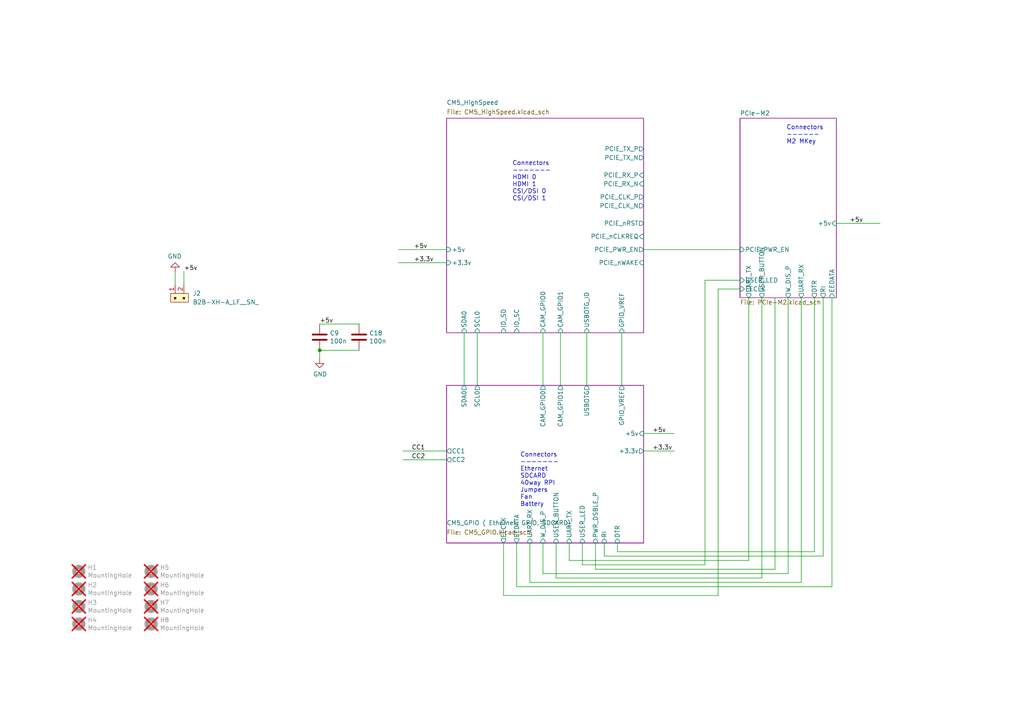
<source format=kicad_sch>
(kicad_sch (version 20250114) (generator "eeschema") (generator_version "9.0")
  (paper "A4")
  (title_block (title "Compute Module 5 IO") (rev "1") (company "E-SMART SOLUTIONS") (comment 1 "Mostafa Bkair"))
  (lib_symbols
    (symbol "Device:C" (pin_numbers (hide yes)) (pin_names (offset 0.254))
      (property "Reference" "C" (at 0.635 2.54 0))
      (property "Value" "C" (at 0.635 -2.54 0))
      (symbol "C_0_1"
        (polyline (pts (xy -2.032 0.762) (xy 2.032 0.762)) (stroke (width 0.508)))
        (polyline (pts (xy -2.032 -0.762) (xy 2.032 -0.762)) (stroke (width 0.508)))
      )
      (symbol "C_1_1"
        (pin passive line (at 0 3.81 270) (length 2.794) (name "~") (number "1"))
        (pin passive line (at 0 -3.81 90) (length 2.794) (name "~") (number "2"))
      )
    )
    (symbol "Mechanical:MountingHole" (pin_names (offset 1.016))
      (property "Reference" "H" (at 0 5.08 0))
      (property "Value" "MountingHole" (at 0 3.175 0))
      (symbol "MountingHole_0_1"
        (circle (center 0 0) (radius 1.27) (stroke (width 1.27)))
      )
    )
    (symbol "dk_Rectangular-Connectors-Headers-Male-Pins:B2B-XH-A_LF__SN_" (pin_names (offset 1.016))
      (property "Reference" "J" (at -2.54 -1.27 0))
      (property "Value" "B2B-XH-A_LF__SN_" (at 1.27 -3.81 0))
      (symbol "B2B-XH-A_LF__SN__1_1"
        (rectangle (start -1.27 0) (end 3.81 -2.54) (fill (type background)))
        (rectangle (start -0.254 -1.143) (end 0.254 -1.651) (fill (type outline)))
        (rectangle (start 2.286 -1.143) (end 2.794 -1.651) (fill (type outline)))
        (pin passive line (at 0 2.54 270) (length 2.54) (name "~") (number "1"))
        (pin passive line (at 2.54 2.54 270) (length 2.54) (name "~") (number "2"))
      )
    )
    (symbol "power:GND" (power) (pin_numbers (hide yes)) (pin_names (offset 0) (hide yes))
      (property "Value" "GND" (at 0 -3.81 0))
      (symbol "GND_0_1"
        (polyline (pts (xy 0 0) (xy 0 -1.27) (xy 1.27 -1.27) (xy 0 -2.54) (xy -1.27 -1.27) (xy 0 -1.27)))
      )
      (symbol "GND_1_1"
        (pin power_in line (at 0 0 270) (length 0) (name "~") (number "1"))
      )
    )
  )
  (text "Connectors\n-------\nEthernet\nSDCARD\n40way RPI\nJumpers\nFan\nBattery" (at 150.876 147.066 0) (effects (font (size 1.27 1.27)) (justify left bottom)))
  (text "Connectors\n------\nM2 MKey" (at 228.092 41.91 0) (effects (font (size 1.27 1.27)) (justify left bottom)))
  (text "Connectors\n-------\nHDMI 0\nHDMI 1\nCSI/DSI 0\nCSI/DSI 1" (at 148.59 58.42 0) (effects (font (size 1.27 1.27)) (justify left bottom)))
  (junction (at 92.71 101.6))
  (wire (pts (xy 228.6 86.36) (xy 228.6 166.37)))
  (wire (pts (xy 238.76 86.36) (xy 238.76 161.29)))
  (wire (pts (xy 153.67 168.91) (xy 232.41 168.91)))
  (wire (pts (xy 115.57 76.2) (xy 129.54 76.2)))
  (wire (pts (xy 186.69 130.81) (xy 195.58 130.81)))
  (wire (pts (xy 186.69 72.39) (xy 214.63 72.39)))
  (wire (pts (xy 180.34 96.52) (xy 180.34 111.76)))
  (wire (pts (xy 153.67 168.91) (xy 153.67 157.48)))
  (wire (pts (xy 50.8 78.74) (xy 50.8 82.55)))
  (wire (pts (xy 146.05 172.72) (xy 146.05 157.48)))
  (wire (pts (xy 134.62 96.52) (xy 134.62 111.76)))
  (wire (pts (xy 208.28 83.82) (xy 208.28 172.72)))
  (wire (pts (xy 208.28 172.72) (xy 146.05 172.72)))
  (wire (pts (xy 92.71 101.6) (xy 104.14 101.6)))
  (wire (pts (xy 204.47 81.28) (xy 204.47 163.83)))
  (wire (pts (xy 149.86 170.18) (xy 241.3 170.18)))
  (wire (pts (xy 228.6 166.37) (xy 157.48 166.37)))
  (wire (pts (xy 53.34 82.55) (xy 53.34 78.74)))
  (wire (pts (xy 138.43 96.52) (xy 138.43 111.76)))
  (wire (pts (xy 165.1 162.56) (xy 165.1 157.48)))
  (wire (pts (xy 116.84 133.35) (xy 129.54 133.35)))
  (wire (pts (xy 157.48 96.52) (xy 157.48 111.76)))
  (wire (pts (xy 157.48 166.37) (xy 157.48 157.48)))
  (wire (pts (xy 149.86 157.48) (xy 149.86 170.18)))
  (wire (pts (xy 214.63 81.28) (xy 204.47 81.28)))
  (wire (pts (xy 162.56 96.52) (xy 162.56 111.76)))
  (wire (pts (xy 92.71 101.6) (xy 92.71 104.14)))
  (wire (pts (xy 170.18 96.52) (xy 170.18 111.76)))
  (wire (pts (xy 92.71 93.98) (xy 104.14 93.98)))
  (wire (pts (xy 161.29 157.48) (xy 161.29 167.64)))
  (wire (pts (xy 242.57 64.77) (xy 255.27 64.77)))
  (wire (pts (xy 175.26 161.29) (xy 175.26 157.48)))
  (wire (pts (xy 236.22 160.02) (xy 236.22 86.36)))
  (wire (pts (xy 165.1 162.56) (xy 217.17 162.56)))
  (wire (pts (xy 179.07 157.48) (xy 179.07 160.02)))
  (wire (pts (xy 224.79 165.1) (xy 224.79 86.36)))
  (wire (pts (xy 214.63 83.82) (xy 208.28 83.82)))
  (wire (pts (xy 232.41 86.36) (xy 232.41 168.91)))
  (wire (pts (xy 168.91 163.83) (xy 204.47 163.83)))
  (wire (pts (xy 186.69 125.73) (xy 195.58 125.73)))
  (wire (pts (xy 168.91 163.83) (xy 168.91 157.48)))
  (wire (pts (xy 116.84 130.81) (xy 129.54 130.81)))
  (wire (pts (xy 179.07 160.02) (xy 236.22 160.02)))
  (wire (pts (xy 115.57 72.39) (xy 129.54 72.39)))
  (wire (pts (xy 172.72 157.48) (xy 172.72 165.1)))
  (wire (pts (xy 172.72 165.1) (xy 224.79 165.1)))
  (wire (pts (xy 161.29 167.64) (xy 220.98 167.64)))
  (wire (pts (xy 241.3 170.18) (xy 241.3 86.36)))
  (wire (pts (xy 238.76 161.29) (xy 175.26 161.29)))
  (wire (pts (xy 220.98 167.64) (xy 220.98 86.36)))
  (wire (pts (xy 217.17 162.56) (xy 217.17 86.36)))
  (label "+5v" (at 92.71 93.98 0))
  (label "CC1" (at 119.38 130.81 0))
  (label "CC2" (at 119.38 133.35 0))
  (label "+5v" (at 246.38 64.77 0))
  (label "+5v" (at 189.23 125.73 0))
  (label "+5v" (at 120.015 72.39 0))
  (label "+3.3v" (at 189.23 130.81 0))
  (label "+5v" (at 53.34 78.74 0))
  (label "+3.3v" (at 120.015 76.2 0))
  (symbol (lib_id "Mechanical:MountingHole") (at 22.86 180.975 0) (unit 1) (exclude_from_sim yes) (in_bom no) (dnp yes)
    (property "Reference" "H4" (at 25.4 179.832 0) (effects (justify left)))
    (property "Value" "MountingHole" (at 25.4 182.118 0) (effects (justify left)))
    (property "Footprint" "CM5IO:MountingHole_2.7mm_M2.5_DIN965" (effects (hide yes)))
    (property "Field4" "nf" (effects (hide yes)))
    (property "Field5" "nf" (effects (hide yes)))
    (property "Field6" "nf" (effects (hide yes)))
    (property "Field7" "nf" (effects (hide yes)))
    (property "Part Description" "M2.5 mounting hole" (effects (hide yes)))
  )
  (symbol (lib_id "Mechanical:MountingHole") (at 22.86 175.895 0) (unit 1) (exclude_from_sim yes) (in_bom no) (dnp yes)
    (property "Reference" "H3" (at 25.4 174.752 0) (effects (justify left)))
    (property "Value" "MountingHole" (at 25.4 177.038 0) (effects (justify left)))
    (property "Footprint" "CM5IO:MountingHole_2.7mm_M2.5_DIN965" (effects (hide yes)))
    (property "Field4" "nf" (effects (hide yes)))
    (property "Field5" "nf" (effects (hide yes)))
    (property "Field6" "nf" (effects (hide yes)))
    (property "Field7" "nf" (effects (hide yes)))
    (property "Part Description" "M2.5 mounting hole" (effects (hide yes)))
  )
  (symbol (lib_id "Mechanical:MountingHole") (at 22.86 170.815 0) (unit 1) (exclude_from_sim yes) (in_bom no) (dnp yes)
    (property "Reference" "H2" (at 25.4 169.672 0) (effects (justify left)))
    (property "Value" "MountingHole" (at 25.4 171.958 0) (effects (justify left)))
    (property "Footprint" "CM5IO:MountingHole_2.7mm_M2.5_DIN965" (effects (hide yes)))
    (property "Field4" "nf" (effects (hide yes)))
    (property "Field5" "nf" (effects (hide yes)))
    (property "Field6" "nf" (effects (hide yes)))
    (property "Field7" "nf" (effects (hide yes)))
    (property "Part Description" "M2.5 mounting hole" (effects (hide yes)))
  )
  (symbol (lib_id "Mechanical:MountingHole") (at 22.86 165.735 0) (unit 1) (exclude_from_sim yes) (in_bom no) (dnp yes)
    (property "Reference" "H1" (at 25.4 164.592 0) (effects (justify left)))
    (property "Value" "MountingHole" (at 25.4 166.878 0) (effects (justify left)))
    (property "Footprint" "CM5IO:MountingHole_2.7mm_M2.5_DIN965" (effects (hide yes)))
    (property "Field4" "nf" (effects (hide yes)))
    (property "Field5" "nf" (effects (hide yes)))
    (property "Field6" "nf" (effects (hide yes)))
    (property "Field7" "nf" (effects (hide yes)))
    (property "Part Description" "M2.5 mounting hole" (effects (hide yes)))
  )
  (symbol (lib_id "Mechanical:MountingHole") (at 43.815 165.735 0) (unit 1) (exclude_from_sim yes) (in_bom no) (dnp yes)
    (property "Reference" "H5" (at 46.355 164.592 0) (effects (justify left)))
    (property "Value" "MountingHole" (at 46.355 166.878 0) (effects (justify left)))
    (property "Footprint" "CM5IO:MountingHole_2.7mm_M2.5_DIN965" (effects (hide yes)))
    (property "Field4" "nf" (effects (hide yes)))
    (property "Field5" "nf" (effects (hide yes)))
    (property "Field6" "nf" (effects (hide yes)))
    (property "Field7" "nf" (effects (hide yes)))
    (property "Part Description" "M2.5 mounting hole" (effects (hide yes)))
  )
  (symbol (lib_id "Mechanical:MountingHole") (at 43.815 180.975 0) (unit 1) (exclude_from_sim yes) (in_bom no) (dnp yes)
    (property "Reference" "H8" (at 46.355 179.832 0) (effects (justify left)))
    (property "Value" "MountingHole" (at 46.355 182.118 0) (effects (justify left)))
    (property "Footprint" "CM5IO:MountingHole_2.7mm_M2.5_DIN965" (effects (hide yes)))
    (property "Field4" "nf" (effects (hide yes)))
    (property "Field5" "nf" (effects (hide yes)))
    (property "Field6" "nf" (effects (hide yes)))
    (property "Field7" "nf" (effects (hide yes)))
    (property "Part Description" "M2.5 mounting hole" (effects (hide yes)))
  )
  (symbol (lib_id "Mechanical:MountingHole") (at 43.815 175.895 0) (unit 1) (exclude_from_sim yes) (in_bom no) (dnp yes)
    (property "Reference" "H7" (at 46.355 174.752 0) (effects (justify left)))
    (property "Value" "MountingHole" (at 46.355 177.038 0) (effects (justify left)))
    (property "Footprint" "CM5IO:MountingHole_2.7mm_M2.5_DIN965" (effects (hide yes)))
    (property "Field4" "nf" (effects (hide yes)))
    (property "Field5" "nf" (effects (hide yes)))
    (property "Field6" "nf" (effects (hide yes)))
    (property "Field7" "nf" (effects (hide yes)))
    (property "Part Description" "M2.5 mounting hole" (effects (hide yes)))
  )
  (symbol (lib_id "Mechanical:MountingHole") (at 43.815 170.815 0) (unit 1) (exclude_from_sim yes) (in_bom no) (dnp yes)
    (property "Reference" "H6" (at 46.355 169.672 0) (effects (justify left)))
    (property "Value" "MountingHole" (at 46.355 171.958 0) (effects (justify left)))
    (property "Footprint" "CM5IO:MountingHole_2.7mm_M2.5_DIN965" (effects (hide yes)))
    (property "Field4" "nf" (effects (hide yes)))
    (property "Field5" "nf" (effects (hide yes)))
    (property "Field6" "nf" (effects (hide yes)))
    (property "Field7" "nf" (effects (hide yes)))
    (property "Part Description" "M2.5 mounting hole" (effects (hide yes)))
  )
  (symbol (lib_id "Device:C") (at 104.14 97.79 0) (unit 1)
    (property "Reference" "C18" (at 107.061 96.6216 0) (effects (justify left)))
    (property "Value" "100n" (at 107.061 98.933 0) (effects (justify left)))
    (property "Footprint" "Capacitor_SMD:C_0402_1005Metric" (effects (hide yes)))
    (property "Datasheet" "https://search.murata.co.jp/Ceramy/image/img/A01X/G101/ENG/GRM155R71C104KA88-01.pdf" (effects (hide yes)))
    (property "Field4" "Farnell" (effects (hide yes)))
    (property "Field5" "2611911" (effects (hide yes)))
    (property "Field6" "RM EMK105 B7104KV-F" (effects (hide yes)))
    (property "Field7" "TAIYO YUDEN EUROPE GMBH" (effects (hide yes)))
    (property "Field8" "110091611" (effects (hide yes)))
    (property "Part Description" "	0.1uF 10% 16V Ceramic Capacitor X7R 0402 (1005 Metric)" (effects (hide yes)))
  )
  (symbol (lib_id "dk_Rectangular-Connectors-Headers-Male-Pins:B2B-XH-A_LF__SN_") (at 50.8 85.09 0) (unit 1)
    (property "Reference" "J2" (at 55.88 85.0899 0) (effects (justify left)))
    (property "Value" "B2B-XH-A_LF__SN_" (at 55.88 87.6299 0) (effects (justify left)))
    (property "Footprint" "digikey-footprints:PinHeader_1x2_P2.5mm_Drill1.1mm" (effects (hide yes)))
    (property "Datasheet" "http://www.jst-mfg.com/product/pdf/eng/eXH.pdf" (effects (hide yes)))
    (property "Description" "CONN HEADER VERT 2POS 2.5MM" (effects (hide yes)))
    (property "Digi-Key_PN" "455-2247-ND" (effects (hide yes)))
    (property "MPN" "B2B-XH-A(LF)(SN)" (effects (hide yes)))
    (property "Category" "Connectors, Interconnects" (effects (hide yes)))
    (property "Family" "Rectangular Connectors - Headers, Male Pins" (effects (hide yes)))
    (property "DK_Datasheet_Link" "http://www.jst-mfg.com/product/pdf/eng/eXH.pdf" (effects (hide yes)))
    (property "DK_Detail_Page" "/product-detail/en/jst-sales-america-inc/B2B-XH-A(LF)(SN)/455-2247-ND/1651045" (effects (hide yes)))
    (property "Description_1" "CONN HEADER VERT 2POS 2.5MM" (effects (hide yes)))
    (property "Manufacturer" "JST Sales America Inc." (effects (hide yes)))
    (property "Status" "Active" (effects (hide yes)))
  )
  (symbol (lib_id "Device:C") (at 92.71 97.79 0) (unit 1)
    (property "Reference" "C9" (at 95.631 96.6216 0) (effects (justify left)))
    (property "Value" "100n" (at 95.631 98.933 0) (effects (justify left)))
    (property "Footprint" "Capacitor_SMD:C_0402_1005Metric" (effects (hide yes)))
    (property "Datasheet" "https://search.murata.co.jp/Ceramy/image/img/A01X/G101/ENG/GRM155R71C104KA88-01.pdf" (effects (hide yes)))
    (property "Field4" "Farnell" (effects (hide yes)))
    (property "Field5" "2611911" (effects (hide yes)))
    (property "Field6" "RM EMK105 B7104KV-F" (effects (hide yes)))
    (property "Field7" "TAIYO YUDEN EUROPE GMBH" (effects (hide yes)))
    (property "Field8" "110091611" (effects (hide yes)))
    (property "Part Description" "	0.1uF 10% 16V Ceramic Capacitor X7R 0402 (1005 Metric)" (effects (hide yes)))
  )
  (symbol (lib_id "power:GND") (at 50.8 78.74 180) (unit 1)
    (property "Reference" "#PWR063" (effects (hide yes)))
    (property "Value" "GND" (at 50.673 74.3458 0))
    (property "Description" "Power symbol creates a global label with name \"GND\" , ground" (effects (hide yes)))
  )
  (symbol (lib_id "power:GND") (at 92.71 104.14 0) (unit 1)
    (property "Reference" "#PWR013" (effects (hide yes)))
    (property "Value" "GND" (at 92.837 108.5342 0))
    (property "Description" "Power symbol creates a global label with name \"GND\" , ground" (effects (hide yes)))
  )
  (sheet (at 129.54 111.76) (size 57.15 45.72) (stroke (width 0.1524) (color 132 0 132 1)) (fill (color 255 255 255 0.0000))
    (property "Sheetname" "CM5_GPIO ( Ethernet, GPIO, SDCARD)" (at 129.54 152.4 0) (effects (justify left bottom)))
    (property "Sheetfile" "CM5_GPIO.kicad_sch" (at 129.54 153.67 0) (effects (justify left top)))
    (pin "SCL0" output (at 138.43 111.76 90))
    (pin "SDA0" output (at 134.62 111.76 90))
    (pin "+5v" input (at 186.69 125.73 0))
    (pin "+3.3v" output (at 186.69 130.81 0))
    (pin "GPIO_VREF" output (at 180.34 111.76 90))
    (pin "CAM_GPIO0" output (at 157.48 111.76 90))
    (pin "CAM_GPIO1" output (at 162.56 111.76 90))
    (pin "CC1" output (at 129.54 130.81 180))
    (pin "USBOTG" output (at 170.18 111.76 90))
    (pin "CC2" output (at 129.54 133.35 180))
    (pin "DTR" input (at 179.07 157.48 270))
    (pin "RI" input (at 175.26 157.48 270))
    (pin "PWR_DSBLE_P" input (at 172.72 157.48 270))
    (pin "USER_LED" input (at 168.91 157.48 270))
    (pin "UART_TX" input (at 165.1 157.48 270))
    (pin "USER_BUTTON" input (at 161.29 157.48 270))
    (pin "W_DIS_P" input (at 157.48 157.48 270))
    (pin "UART_RX" input (at 153.67 157.48 270))
    (pin "EEDATA" output (at 149.86 157.48 270))
    (pin "EECLK" output (at 146.05 157.48 270))
  )
  (sheet (at 129.54 34.29) (size 57.15 62.23) (stroke (width 0.1524) (color 132 0 132 1)) (fill (color 255 255 255 0.0000))
    (property "Sheetname" "CM5_HighSpeed" (at 129.54 30.48 0) (effects (justify left bottom)))
    (property "Sheetfile" "CM5_HighSpeed.kicad_sch" (at 129.54 31.75 0) (effects (justify left top)))
    (pin "ID_SC" input (at 149.86 96.52 270))
    (pin "ID_SD" input (at 146.05 96.52 270))
    (pin "SCL0" input (at 138.43 96.52 270))
    (pin "SDA0" input (at 134.62 96.52 270))
    (pin "+5v" input (at 129.54 72.39 180))
    (pin "PCIE_CLK_P" output (at 186.69 57.15 0))
    (pin "PCIE_CLK_N" output (at 186.69 59.69 0))
    (pin "PCIE_TX_P" output (at 186.69 43.18 0))
    (pin "PCIE_TX_N" output (at 186.69 45.72 0))
    (pin "PCIE_nRST" output (at 186.69 64.77 0))
    (pin "PCIE_RX_P" input (at 186.69 50.8 0))
    (pin "PCIE_RX_N" input (at 186.69 53.34 0))
    (pin "PCIE_nCLKREQ" input (at 186.69 68.58 0))
    (pin "+3.3v" input (at 129.54 76.2 180))
    (pin "USBOTG_ID" input (at 170.18 96.52 270))
    (pin "GPIO_VREF" input (at 180.34 96.52 270))
    (pin "PCIE_PWR_EN" output (at 186.69 72.39 0))
    (pin "PCIE_nWAKE" input (at 186.69 76.2 0))
    (pin "CAM_GPIO0" input (at 157.48 96.52 270))
    (pin "CAM_GPIO1" input (at 162.56 96.52 270))
  )
  (sheet (at 214.63 34.29) (size 27.94 52.07) (stroke (width 0.152) (color 132 0 132 1)) (fill (color 255 255 255 0.0000))
    (property "Sheetname" "PCIe-M2" (at 214.63 33.5786 0) (effects (justify left bottom)))
    (property "Sheetfile" "PCIe-M2.kicad_sch" (at 214.63 86.9444 0) (effects (justify left top)))
    (pin "+5v" input (at 242.57 64.77 0))
    (pin "PCIE_PWR_EN" input (at 214.63 72.39 180))
    (pin "UART_TX" output (at 217.17 86.36 270))
    (pin "USER_BUTTON" output (at 220.98 86.36 270))
    (pin "W_DIS_P" output (at 228.6 86.36 270))
    (pin "UART_RX" output (at 232.41 86.36 270))
    (pin "DTR" output (at 236.22 86.36 270))
    (pin "RI" output (at 238.76 86.36 270))
    (pin "EEDATA" input (at 241.3 86.36 270))
    (pin "EECLK" input (at 214.63 83.82 180))
    (pin "USER_LED" input (at 214.63 81.28 180))
  )
)
</source>
